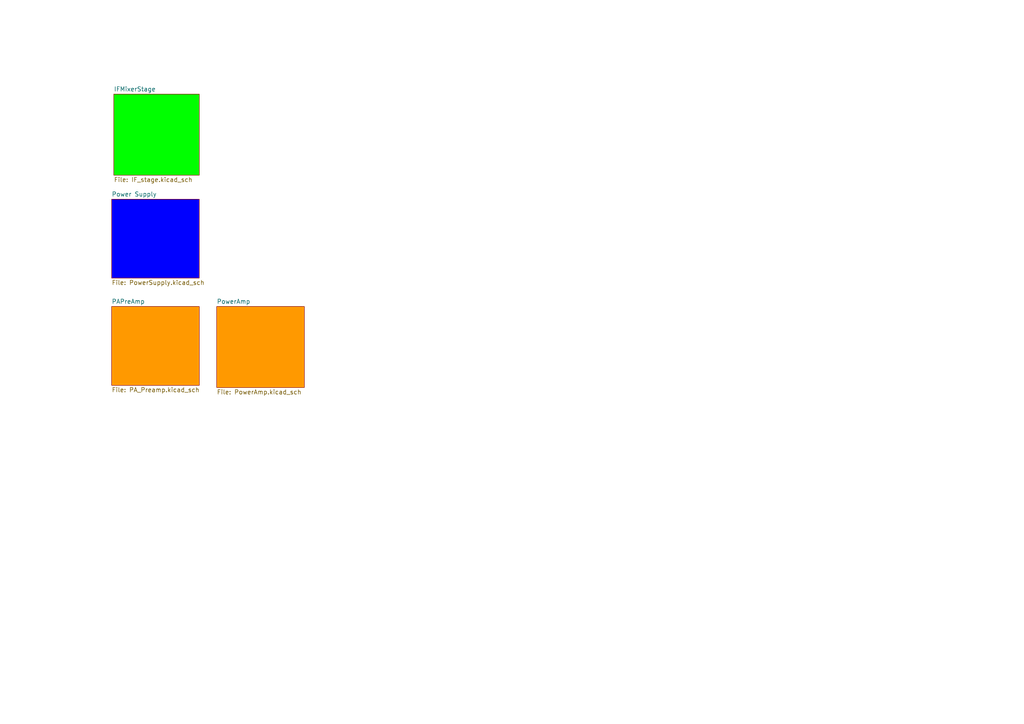
<source format=kicad_sch>
(kicad_sch (version 20211123) (generator eeschema)
  (paper "A4")
  (lib_symbols)
  (sheet (at 32.385 88.9) (size 25.4 22.86) (stroke (width 0.1524)) (fill (color 255 153 0 1.0000))
    (property "Sheet name" "PAPreAmp" (at 32.385 88.1884 0) (effects (justify left bottom)))
    (property "Sheet file" "PA_Preamp.kicad_sch" (at 32.385 112.3446 0) (effects (justify left top)))
  )
  (sheet (at 62.865 88.9) (size 25.4 23.495) (stroke (width 0.1524)) (fill (color 255 153 0 1.0000))
    (property "Sheet name" "PowerAmp" (at 62.865 88.1884 0) (effects (justify left bottom)))
    (property "Sheet file" "PowerAmp.kicad_sch" (at 62.865 112.9796 0) (effects (justify left top)))
  )
  (sheet (at 32.385 57.785) (size 25.4 22.86) (stroke (width 0.1524)) (fill (color 0 0 255 1.0000))
    (property "Sheet name" "Power Supply" (at 32.385 57.0734 0) (effects (justify left bottom)))
    (property "Sheet file" "PowerSupply.kicad_sch" (at 32.385 81.2296 0) (effects (justify left top)))
  )
  (sheet (at 33.02 27.305) (size 24.765 23.495) (stroke (width 0.1524)) (fill (color 0 255 0 1.0000))
    (property "Sheet name" "IFMixerStage" (at 33.02 26.5934 0) (effects (justify left bottom)))
    (property "Sheet file" "IF_stage.kicad_sch" (at 33.02 51.3846 0) (effects (justify left top)))
  )
)
</source>
